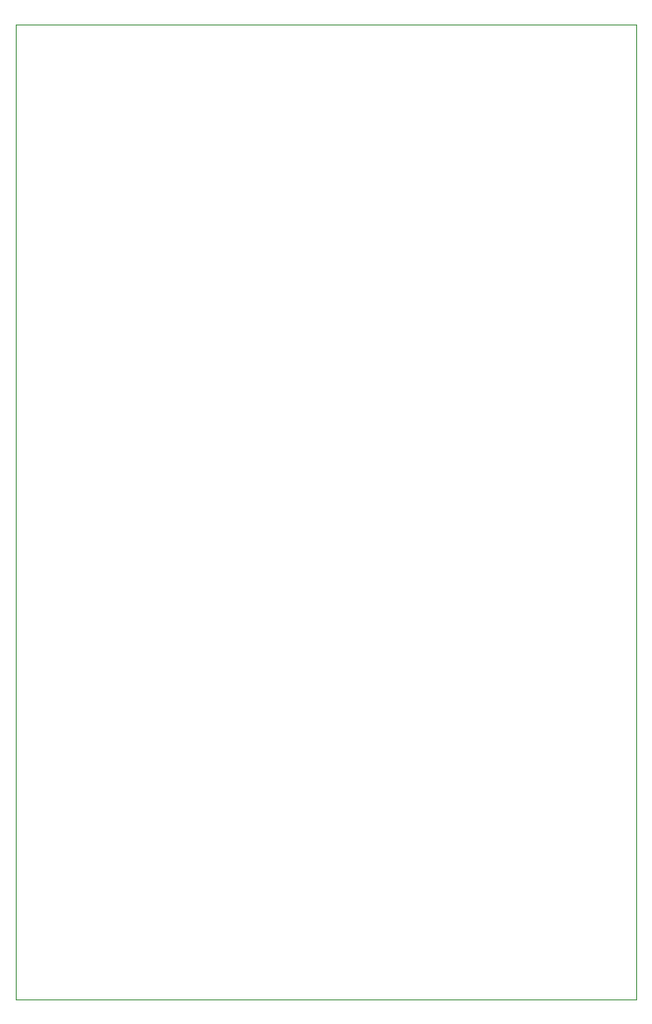
<source format=gko>
G04 #@! TF.GenerationSoftware,KiCad,Pcbnew,(5.1.0)-1*
G04 #@! TF.CreationDate,2019-06-01T09:59:28+02:00*
G04 #@! TF.ProjectId,Main_board,4d61696e-5f62-46f6-9172-642e6b696361,V0-2*
G04 #@! TF.SameCoordinates,Original*
G04 #@! TF.FileFunction,Profile,NP*
%FSLAX46Y46*%
G04 Gerber Fmt 4.6, Leading zero omitted, Abs format (unit mm)*
G04 Created by KiCad (PCBNEW (5.1.0)-1) date 2019-06-01 09:59:28*
%MOMM*%
%LPD*%
G04 APERTURE LIST*
%ADD10C,0.050000*%
G04 APERTURE END LIST*
D10*
X123418600Y-146202400D02*
X183362600Y-146202400D01*
X183362600Y-52095400D02*
X183362600Y-146202400D01*
X123418600Y-52095400D02*
X123418600Y-146202400D01*
X123418600Y-52095400D02*
X183362600Y-52095400D01*
M02*

</source>
